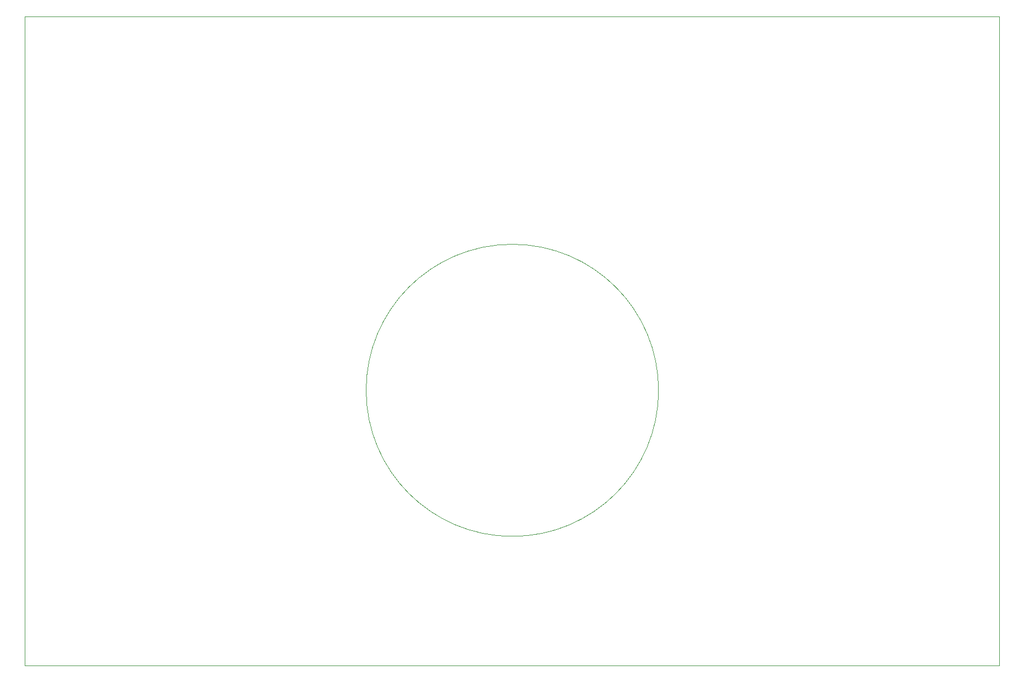
<source format=gbr>
%TF.GenerationSoftware,KiCad,Pcbnew,9.0.5*%
%TF.CreationDate,2025-10-21T17:57:34+02:00*%
%TF.ProjectId,TUNER_KT0936MB9,54554e45-525f-44b5-9430-3933364d4239,rev?*%
%TF.SameCoordinates,Original*%
%TF.FileFunction,Profile,NP*%
%FSLAX46Y46*%
G04 Gerber Fmt 4.6, Leading zero omitted, Abs format (unit mm)*
G04 Created by KiCad (PCBNEW 9.0.5) date 2025-10-21 17:57:34*
%MOMM*%
%LPD*%
G01*
G04 APERTURE LIST*
%TA.AperFunction,Profile*%
%ADD10C,0.050000*%
%TD*%
%TA.AperFunction,Profile*%
%ADD11C,0.100000*%
%TD*%
G04 APERTURE END LIST*
D10*
X57790000Y-53660000D02*
X207790000Y-53660000D01*
X207790000Y-153660000D01*
X57790000Y-153660000D01*
X57790000Y-53660000D01*
D11*
X155350000Y-111250000D02*
G75*
G02*
X110350000Y-111250000I-22500000J0D01*
G01*
X110350000Y-111250000D02*
G75*
G02*
X155350000Y-111250000I22500000J0D01*
G01*
M02*

</source>
